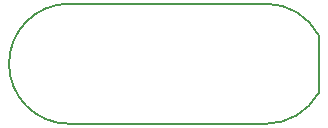
<source format=gm1>
G04 #@! TF.GenerationSoftware,KiCad,Pcbnew,(6.0.5)*
G04 #@! TF.CreationDate,2022-09-22T00:28:13+02:00*
G04 #@! TF.ProjectId,OrangePill,4f72616e-6765-4506-996c-6c2e6b696361,rev?*
G04 #@! TF.SameCoordinates,PX631f320PY48ab840*
G04 #@! TF.FileFunction,Profile,NP*
%FSLAX46Y46*%
G04 Gerber Fmt 4.6, Leading zero omitted, Abs format (unit mm)*
G04 Created by KiCad (PCBNEW (6.0.5)) date 2022-09-22 00:28:13*
%MOMM*%
%LPD*%
G01*
G04 APERTURE LIST*
G04 #@! TA.AperFunction,Profile*
%ADD10C,0.203200*%
G04 #@! TD*
G04 APERTURE END LIST*
D10*
X4013200Y5080000D02*
G75*
G03*
X4013200Y-5080000I0J-5080000D01*
G01*
X25165901Y2387623D02*
G75*
G03*
X20695458Y5080000I-4470101J-2364623D01*
G01*
X25165858Y2387600D02*
X25165858Y-2438400D01*
X4013200Y-5080000D02*
X20695458Y-5080000D01*
X4013200Y5080000D02*
X20695458Y5080000D01*
X20695458Y-5079963D02*
G75*
G03*
X25165858Y-2438400I542J5102563D01*
G01*
M02*

</source>
